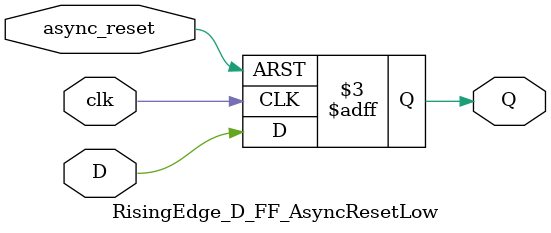
<source format=v>
module RisingEdge_D_FF_AsyncResetLow (D, clk, async_reset, Q);

input D; // data input
input clk; // clock input
input async_reset; // async reset signal, active low
output reg Q;

always @(posedge clk or negedge async_reset)
begin
	if (async_reset == 1'b0)
		Q <= 1'b0;
	else
		Q <= D;
end
endmodule
</source>
